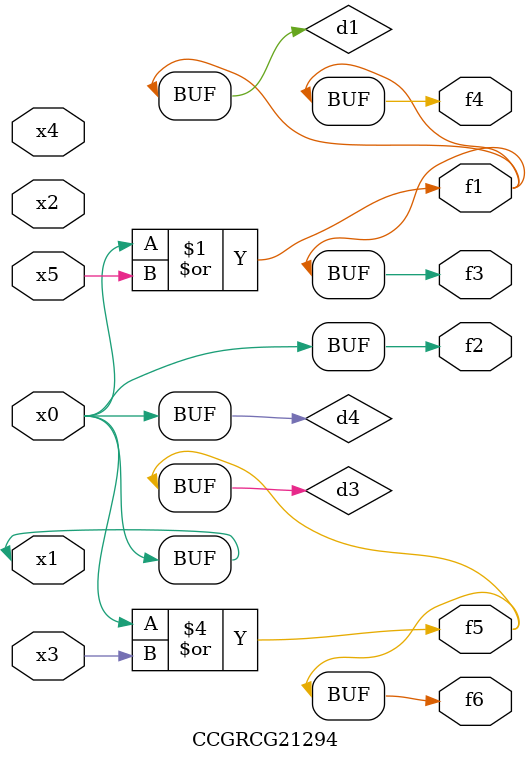
<source format=v>
module CCGRCG21294(
	input x0, x1, x2, x3, x4, x5,
	output f1, f2, f3, f4, f5, f6
);

	wire d1, d2, d3, d4;

	or (d1, x0, x5);
	xnor (d2, x1, x4);
	or (d3, x0, x3);
	buf (d4, x0, x1);
	assign f1 = d1;
	assign f2 = d4;
	assign f3 = d1;
	assign f4 = d1;
	assign f5 = d3;
	assign f6 = d3;
endmodule

</source>
